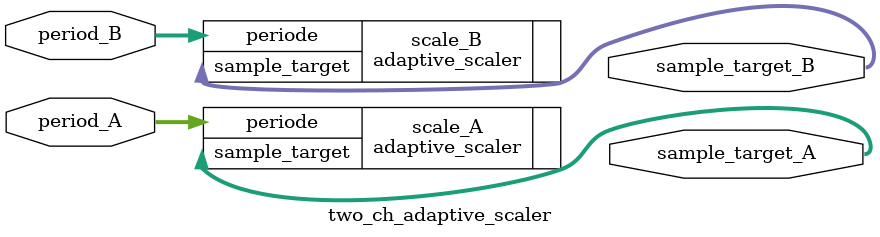
<source format=v>
module two_ch_adaptive_scaler (
	
	input wire [31:0] period_A,
	input wire [31:0] period_B,
	
	output reg [9:0] sample_target_A,
	output reg [9:0] sample_target_B
	
	);
	
	adaptive_scaler scale_A (
	
		.periode(period_A),
		.sample_target(sample_target_A)
		
		);
		
	adaptive_scaler scale_B (
	
		.periode(period_B),
		.sample_target(sample_target_B)
		
		);
	
endmodule	
		
</source>
